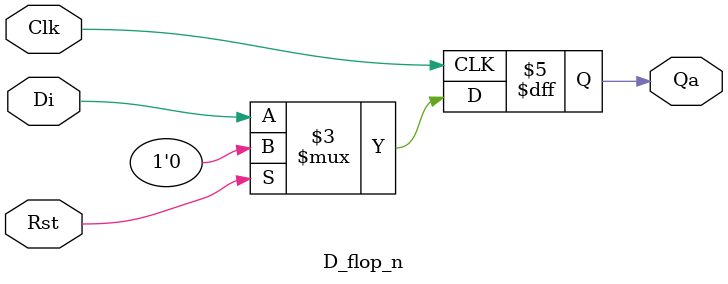
<source format=v>
module D_flop_n (Di, Clk, Qa, Rst);

	input Di, Clk, Rst;
	output reg Qa;
	
	always @ (negedge Clk)
		if (Rst)
			Qa = 1'b0;
		else
			Qa = Di;
	
endmodule
</source>
